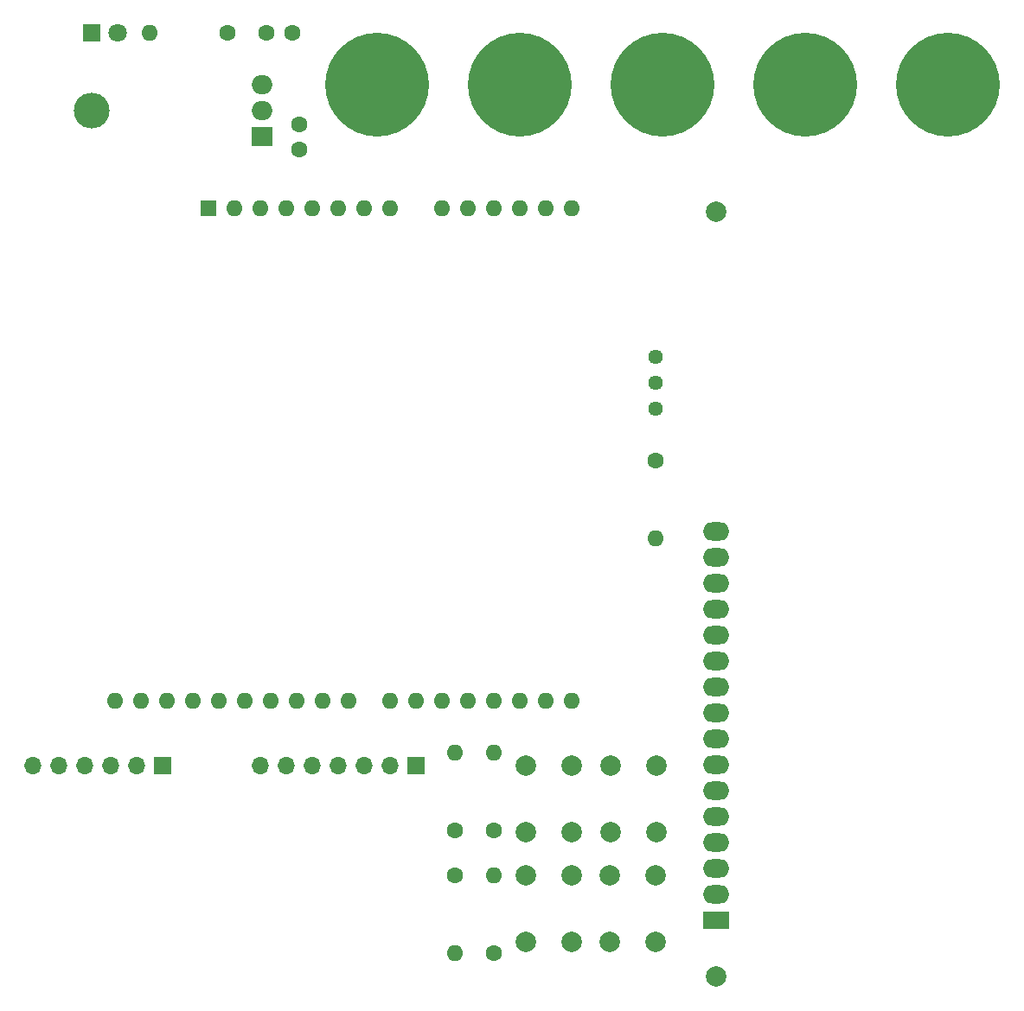
<source format=gbr>
%TF.GenerationSoftware,KiCad,Pcbnew,(5.1.9)-1*%
%TF.CreationDate,2021-06-15T00:17:23-03:00*%
%TF.ProjectId,assert,61737365-7274-42e6-9b69-6361645f7063,rev?*%
%TF.SameCoordinates,Original*%
%TF.FileFunction,Soldermask,Bot*%
%TF.FilePolarity,Negative*%
%FSLAX46Y46*%
G04 Gerber Fmt 4.6, Leading zero omitted, Abs format (unit mm)*
G04 Created by KiCad (PCBNEW (5.1.9)-1) date 2021-06-15 00:17:23*
%MOMM*%
%LPD*%
G01*
G04 APERTURE LIST*
%ADD10C,2.000000*%
%ADD11O,2.600000X1.800000*%
%ADD12R,2.600000X1.800000*%
%ADD13O,1.600000X1.600000*%
%ADD14R,1.600000X1.600000*%
%ADD15C,10.160000*%
%ADD16O,1.700000X1.700000*%
%ADD17R,1.700000X1.700000*%
%ADD18O,2.000000X1.905000*%
%ADD19R,2.000000X1.905000*%
%ADD20O,3.500000X3.500000*%
%ADD21C,1.440000*%
%ADD22C,1.600000*%
%ADD23C,1.800000*%
%ADD24R,1.800000X1.800000*%
G04 APERTURE END LIST*
D10*
%TO.C,U2*%
X70080000Y-21270000D03*
X70080000Y-96269100D03*
D11*
X70080000Y-52670000D03*
X70080000Y-55210000D03*
X70080000Y-57750000D03*
X70080000Y-60290000D03*
X70080000Y-62830000D03*
X70080000Y-65370000D03*
X70080000Y-67910000D03*
X70080000Y-70450000D03*
X70080000Y-72990000D03*
X70080000Y-75530000D03*
X70080000Y-78070000D03*
X70080000Y-80610000D03*
X70080000Y-83150000D03*
X70080000Y-85690000D03*
X70080000Y-88230000D03*
D12*
X70080000Y-90770000D03*
%TD*%
D13*
%TO.C,A1*%
X53340000Y-69215000D03*
X55880000Y-69215000D03*
X16260000Y-69215000D03*
X55880000Y-20955000D03*
X18800000Y-69215000D03*
X53340000Y-20955000D03*
X21340000Y-69215000D03*
X50800000Y-20955000D03*
X23880000Y-69215000D03*
X48260000Y-20955000D03*
X26420000Y-69215000D03*
X45720000Y-20955000D03*
X28960000Y-69215000D03*
X43180000Y-20955000D03*
X31500000Y-69215000D03*
X38100000Y-20955000D03*
X34040000Y-69215000D03*
X35560000Y-20955000D03*
X38100000Y-69215000D03*
X33020000Y-20955000D03*
X40640000Y-69215000D03*
X30480000Y-20955000D03*
X43180000Y-69215000D03*
X27940000Y-20955000D03*
X45720000Y-69215000D03*
X25400000Y-20955000D03*
X48260000Y-69215000D03*
X22860000Y-20955000D03*
X50800000Y-69215000D03*
D14*
X20320000Y-20955000D03*
D13*
X13720000Y-69215000D03*
X11180000Y-69215000D03*
%TD*%
D15*
%TO.C,J5*%
X92710000Y-8890000D03*
%TD*%
%TO.C,J4*%
X78740000Y-8890000D03*
%TD*%
D16*
%TO.C,J9*%
X25400000Y-75565000D03*
X27940000Y-75565000D03*
X30480000Y-75565000D03*
X33020000Y-75565000D03*
X35560000Y-75565000D03*
X38100000Y-75565000D03*
D17*
X40640000Y-75565000D03*
%TD*%
D18*
%TO.C,U1*%
X25550000Y-8890000D03*
X25550000Y-11430000D03*
D19*
X25550000Y-13970000D03*
D20*
X8890000Y-11430000D03*
%TD*%
D10*
%TO.C,SW4*%
X59635000Y-86360000D03*
X64135000Y-86360000D03*
X59635000Y-92860000D03*
X64135000Y-92860000D03*
%TD*%
%TO.C,SW3*%
X51435000Y-86360000D03*
X55935000Y-86360000D03*
X51435000Y-92860000D03*
X55935000Y-92860000D03*
%TD*%
%TO.C,SW2*%
X51435000Y-75565000D03*
X55935000Y-75565000D03*
X51435000Y-82065000D03*
X55935000Y-82065000D03*
%TD*%
%TO.C,SW1*%
X64190000Y-82065000D03*
X59690000Y-82065000D03*
X64190000Y-75565000D03*
X59690000Y-75565000D03*
%TD*%
D21*
%TO.C,RV1*%
X64135000Y-35560000D03*
X64135000Y-38100000D03*
X64135000Y-40640000D03*
%TD*%
D13*
%TO.C,R6*%
X64135000Y-53340000D03*
D22*
X64135000Y-45720000D03*
%TD*%
D13*
%TO.C,R5*%
X44450000Y-93980000D03*
D22*
X44450000Y-86360000D03*
%TD*%
D13*
%TO.C,R4*%
X44450000Y-74295000D03*
D22*
X44450000Y-81915000D03*
%TD*%
D13*
%TO.C,R3*%
X48260000Y-86360000D03*
D22*
X48260000Y-93980000D03*
%TD*%
D13*
%TO.C,R2*%
X48260000Y-74295000D03*
D22*
X48260000Y-81915000D03*
%TD*%
D13*
%TO.C,R1*%
X14605000Y-3810000D03*
D22*
X22225000Y-3810000D03*
%TD*%
D16*
%TO.C,J8*%
X3175000Y-75565000D03*
X5715000Y-75565000D03*
X8255000Y-75565000D03*
X10795000Y-75565000D03*
X13335000Y-75565000D03*
D17*
X15875000Y-75565000D03*
%TD*%
D15*
%TO.C,J3*%
X64770000Y-8890000D03*
%TD*%
%TO.C,J2*%
X50800000Y-8890000D03*
%TD*%
%TO.C,J1*%
X36830000Y-8890000D03*
%TD*%
D23*
%TO.C,D1*%
X11430000Y-3810000D03*
D24*
X8890000Y-3810000D03*
%TD*%
D22*
%TO.C,C2*%
X28535000Y-3810000D03*
X26035000Y-3810000D03*
%TD*%
%TO.C,C1*%
X29210000Y-12740000D03*
X29210000Y-15240000D03*
%TD*%
M02*

</source>
